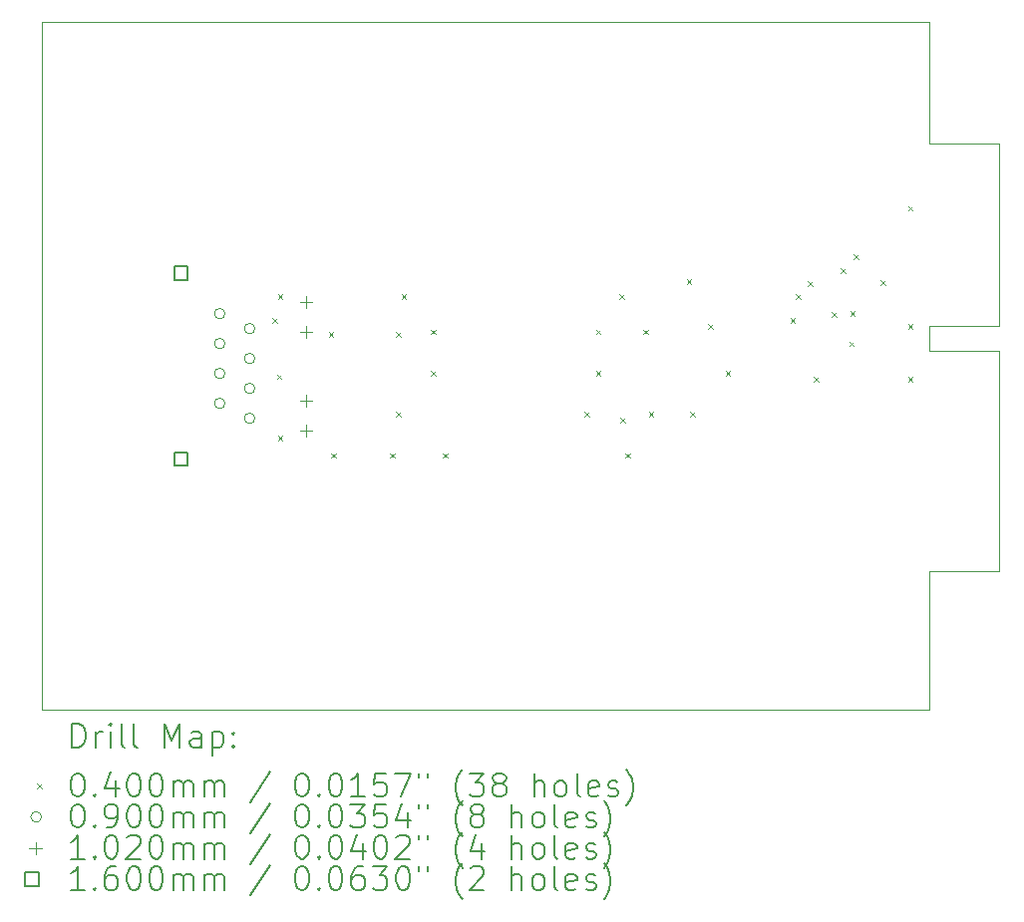
<source format=gbr>
%TF.GenerationSoftware,KiCad,Pcbnew,8.0.4*%
%TF.CreationDate,2024-09-18T23:48:34+03:00*%
%TF.ProjectId,dsoxlan,64736f78-6c61-46e2-9e6b-696361645f70,rev?*%
%TF.SameCoordinates,Original*%
%TF.FileFunction,Drillmap*%
%TF.FilePolarity,Positive*%
%FSLAX45Y45*%
G04 Gerber Fmt 4.5, Leading zero omitted, Abs format (unit mm)*
G04 Created by KiCad (PCBNEW 8.0.4) date 2024-09-18 23:48:34*
%MOMM*%
%LPD*%
G01*
G04 APERTURE LIST*
%ADD10C,0.100000*%
%ADD11C,0.200000*%
%ADD12C,0.102000*%
%ADD13C,0.160000*%
G04 APERTURE END LIST*
D10*
X19354800Y-6946900D02*
X18757900Y-6946900D01*
X17957800Y-11760200D02*
X18757900Y-11760200D01*
X18757900Y-10579100D02*
X19354800Y-10579100D01*
X18757900Y-6946900D02*
X18757900Y-5918200D01*
X19354800Y-8496300D02*
X19354800Y-6946900D01*
X19354800Y-10579100D02*
X19354800Y-8712200D01*
X18757900Y-11760200D02*
X18757900Y-10579100D01*
X11226800Y-11760200D02*
X17957800Y-11760200D01*
X18757900Y-5918200D02*
X11226800Y-5918200D01*
X18757900Y-8712200D02*
X18757900Y-8496300D01*
X19354800Y-8712200D02*
X18757900Y-8712200D01*
X18757900Y-8496300D02*
X19354800Y-8496300D01*
X11226800Y-5918200D02*
X11226800Y-11760200D01*
D11*
D10*
X13180000Y-8430000D02*
X13220000Y-8470000D01*
X13220000Y-8430000D02*
X13180000Y-8470000D01*
X13220000Y-8910000D02*
X13260000Y-8950000D01*
X13260000Y-8910000D02*
X13220000Y-8950000D01*
X13230000Y-8230000D02*
X13270000Y-8270000D01*
X13270000Y-8230000D02*
X13230000Y-8270000D01*
X13230000Y-9430000D02*
X13270000Y-9470000D01*
X13270000Y-9430000D02*
X13230000Y-9470000D01*
X13660000Y-8550000D02*
X13700000Y-8590000D01*
X13700000Y-8550000D02*
X13660000Y-8590000D01*
X13680000Y-9580000D02*
X13720000Y-9620000D01*
X13720000Y-9580000D02*
X13680000Y-9620000D01*
X14180000Y-9580000D02*
X14220000Y-9620000D01*
X14220000Y-9580000D02*
X14180000Y-9620000D01*
X14230000Y-8548050D02*
X14270000Y-8588050D01*
X14270000Y-8548050D02*
X14230000Y-8588050D01*
X14230000Y-9230000D02*
X14270000Y-9270000D01*
X14270000Y-9230000D02*
X14230000Y-9270000D01*
X14280000Y-8230000D02*
X14320000Y-8270000D01*
X14320000Y-8230000D02*
X14280000Y-8270000D01*
X14530000Y-8530000D02*
X14570000Y-8570000D01*
X14570000Y-8530000D02*
X14530000Y-8570000D01*
X14530000Y-8880000D02*
X14570000Y-8920000D01*
X14570000Y-8880000D02*
X14530000Y-8920000D01*
X14630000Y-9580000D02*
X14670000Y-9620000D01*
X14670000Y-9580000D02*
X14630000Y-9620000D01*
X15830000Y-9230000D02*
X15870000Y-9270000D01*
X15870000Y-9230000D02*
X15830000Y-9270000D01*
X15930000Y-8530000D02*
X15970000Y-8570000D01*
X15970000Y-8530000D02*
X15930000Y-8570000D01*
X15930000Y-8880000D02*
X15970000Y-8920000D01*
X15970000Y-8880000D02*
X15930000Y-8920000D01*
X16130000Y-8230000D02*
X16170000Y-8270000D01*
X16170000Y-8230000D02*
X16130000Y-8270000D01*
X16140000Y-9280000D02*
X16180000Y-9320000D01*
X16180000Y-9280000D02*
X16140000Y-9320000D01*
X16180000Y-9580000D02*
X16220000Y-9620000D01*
X16220000Y-9580000D02*
X16180000Y-9620000D01*
X16330000Y-8530000D02*
X16370000Y-8570000D01*
X16370000Y-8530000D02*
X16330000Y-8570000D01*
X16380000Y-9230000D02*
X16420000Y-9270000D01*
X16420000Y-9230000D02*
X16380000Y-9270000D01*
X16699927Y-8104580D02*
X16739927Y-8144580D01*
X16739927Y-8104580D02*
X16699927Y-8144580D01*
X16730000Y-9230000D02*
X16770000Y-9270000D01*
X16770000Y-9230000D02*
X16730000Y-9270000D01*
X16880000Y-8480000D02*
X16920000Y-8520000D01*
X16920000Y-8480000D02*
X16880000Y-8520000D01*
X17030000Y-8880000D02*
X17070000Y-8920000D01*
X17070000Y-8880000D02*
X17030000Y-8920000D01*
X17580000Y-8430000D02*
X17620000Y-8470000D01*
X17620000Y-8430000D02*
X17580000Y-8470000D01*
X17630000Y-8230000D02*
X17670000Y-8270000D01*
X17670000Y-8230000D02*
X17630000Y-8270000D01*
X17730000Y-8120050D02*
X17770000Y-8160050D01*
X17770000Y-8120050D02*
X17730000Y-8160050D01*
X17780000Y-8930000D02*
X17820000Y-8970000D01*
X17820000Y-8930000D02*
X17780000Y-8970000D01*
X17930000Y-8380000D02*
X17970000Y-8420000D01*
X17970000Y-8380000D02*
X17930000Y-8420000D01*
X18010000Y-8010000D02*
X18050000Y-8050000D01*
X18050000Y-8010000D02*
X18010000Y-8050000D01*
X18080000Y-8630000D02*
X18120000Y-8670000D01*
X18120000Y-8630000D02*
X18080000Y-8670000D01*
X18090000Y-8370000D02*
X18130000Y-8410000D01*
X18130000Y-8370000D02*
X18090000Y-8410000D01*
X18120000Y-7890000D02*
X18160000Y-7930000D01*
X18160000Y-7890000D02*
X18120000Y-7930000D01*
X18348000Y-8108000D02*
X18388000Y-8148000D01*
X18388000Y-8108000D02*
X18348000Y-8148000D01*
X18580000Y-7480000D02*
X18620000Y-7520000D01*
X18620000Y-7480000D02*
X18580000Y-7520000D01*
X18580000Y-8480000D02*
X18620000Y-8520000D01*
X18620000Y-8480000D02*
X18580000Y-8520000D01*
X18580000Y-8930000D02*
X18620000Y-8970000D01*
X18620000Y-8930000D02*
X18580000Y-8970000D01*
X12781000Y-8394000D02*
G75*
G02*
X12691000Y-8394000I-45000J0D01*
G01*
X12691000Y-8394000D02*
G75*
G02*
X12781000Y-8394000I45000J0D01*
G01*
X12781000Y-8648000D02*
G75*
G02*
X12691000Y-8648000I-45000J0D01*
G01*
X12691000Y-8648000D02*
G75*
G02*
X12781000Y-8648000I45000J0D01*
G01*
X12781000Y-8902000D02*
G75*
G02*
X12691000Y-8902000I-45000J0D01*
G01*
X12691000Y-8902000D02*
G75*
G02*
X12781000Y-8902000I45000J0D01*
G01*
X12781000Y-9156000D02*
G75*
G02*
X12691000Y-9156000I-45000J0D01*
G01*
X12691000Y-9156000D02*
G75*
G02*
X12781000Y-9156000I45000J0D01*
G01*
X13035000Y-8521000D02*
G75*
G02*
X12945000Y-8521000I-45000J0D01*
G01*
X12945000Y-8521000D02*
G75*
G02*
X13035000Y-8521000I45000J0D01*
G01*
X13035000Y-8775000D02*
G75*
G02*
X12945000Y-8775000I-45000J0D01*
G01*
X12945000Y-8775000D02*
G75*
G02*
X13035000Y-8775000I45000J0D01*
G01*
X13035000Y-9029000D02*
G75*
G02*
X12945000Y-9029000I-45000J0D01*
G01*
X12945000Y-9029000D02*
G75*
G02*
X13035000Y-9029000I45000J0D01*
G01*
X13035000Y-9283000D02*
G75*
G02*
X12945000Y-9283000I-45000J0D01*
G01*
X12945000Y-9283000D02*
G75*
G02*
X13035000Y-9283000I45000J0D01*
G01*
D12*
X13473000Y-8241000D02*
X13473000Y-8343000D01*
X13422000Y-8292000D02*
X13524000Y-8292000D01*
X13473000Y-8495000D02*
X13473000Y-8597000D01*
X13422000Y-8546000D02*
X13524000Y-8546000D01*
X13473000Y-9080000D02*
X13473000Y-9182000D01*
X13422000Y-9131000D02*
X13524000Y-9131000D01*
X13473000Y-9334000D02*
X13473000Y-9436000D01*
X13422000Y-9385000D02*
X13524000Y-9385000D01*
D13*
X12462569Y-8105069D02*
X12462569Y-7991931D01*
X12349431Y-7991931D01*
X12349431Y-8105069D01*
X12462569Y-8105069D01*
X12462569Y-9685069D02*
X12462569Y-9571931D01*
X12349431Y-9571931D01*
X12349431Y-9685069D01*
X12462569Y-9685069D01*
D11*
X11482577Y-12076684D02*
X11482577Y-11876684D01*
X11482577Y-11876684D02*
X11530196Y-11876684D01*
X11530196Y-11876684D02*
X11558767Y-11886208D01*
X11558767Y-11886208D02*
X11577815Y-11905255D01*
X11577815Y-11905255D02*
X11587339Y-11924303D01*
X11587339Y-11924303D02*
X11596862Y-11962398D01*
X11596862Y-11962398D02*
X11596862Y-11990969D01*
X11596862Y-11990969D02*
X11587339Y-12029065D01*
X11587339Y-12029065D02*
X11577815Y-12048112D01*
X11577815Y-12048112D02*
X11558767Y-12067160D01*
X11558767Y-12067160D02*
X11530196Y-12076684D01*
X11530196Y-12076684D02*
X11482577Y-12076684D01*
X11682577Y-12076684D02*
X11682577Y-11943350D01*
X11682577Y-11981446D02*
X11692101Y-11962398D01*
X11692101Y-11962398D02*
X11701624Y-11952874D01*
X11701624Y-11952874D02*
X11720672Y-11943350D01*
X11720672Y-11943350D02*
X11739720Y-11943350D01*
X11806386Y-12076684D02*
X11806386Y-11943350D01*
X11806386Y-11876684D02*
X11796862Y-11886208D01*
X11796862Y-11886208D02*
X11806386Y-11895731D01*
X11806386Y-11895731D02*
X11815910Y-11886208D01*
X11815910Y-11886208D02*
X11806386Y-11876684D01*
X11806386Y-11876684D02*
X11806386Y-11895731D01*
X11930196Y-12076684D02*
X11911148Y-12067160D01*
X11911148Y-12067160D02*
X11901624Y-12048112D01*
X11901624Y-12048112D02*
X11901624Y-11876684D01*
X12034958Y-12076684D02*
X12015910Y-12067160D01*
X12015910Y-12067160D02*
X12006386Y-12048112D01*
X12006386Y-12048112D02*
X12006386Y-11876684D01*
X12263529Y-12076684D02*
X12263529Y-11876684D01*
X12263529Y-11876684D02*
X12330196Y-12019541D01*
X12330196Y-12019541D02*
X12396862Y-11876684D01*
X12396862Y-11876684D02*
X12396862Y-12076684D01*
X12577815Y-12076684D02*
X12577815Y-11971922D01*
X12577815Y-11971922D02*
X12568291Y-11952874D01*
X12568291Y-11952874D02*
X12549243Y-11943350D01*
X12549243Y-11943350D02*
X12511148Y-11943350D01*
X12511148Y-11943350D02*
X12492101Y-11952874D01*
X12577815Y-12067160D02*
X12558767Y-12076684D01*
X12558767Y-12076684D02*
X12511148Y-12076684D01*
X12511148Y-12076684D02*
X12492101Y-12067160D01*
X12492101Y-12067160D02*
X12482577Y-12048112D01*
X12482577Y-12048112D02*
X12482577Y-12029065D01*
X12482577Y-12029065D02*
X12492101Y-12010017D01*
X12492101Y-12010017D02*
X12511148Y-12000493D01*
X12511148Y-12000493D02*
X12558767Y-12000493D01*
X12558767Y-12000493D02*
X12577815Y-11990969D01*
X12673053Y-11943350D02*
X12673053Y-12143350D01*
X12673053Y-11952874D02*
X12692101Y-11943350D01*
X12692101Y-11943350D02*
X12730196Y-11943350D01*
X12730196Y-11943350D02*
X12749243Y-11952874D01*
X12749243Y-11952874D02*
X12758767Y-11962398D01*
X12758767Y-11962398D02*
X12768291Y-11981446D01*
X12768291Y-11981446D02*
X12768291Y-12038588D01*
X12768291Y-12038588D02*
X12758767Y-12057636D01*
X12758767Y-12057636D02*
X12749243Y-12067160D01*
X12749243Y-12067160D02*
X12730196Y-12076684D01*
X12730196Y-12076684D02*
X12692101Y-12076684D01*
X12692101Y-12076684D02*
X12673053Y-12067160D01*
X12854005Y-12057636D02*
X12863529Y-12067160D01*
X12863529Y-12067160D02*
X12854005Y-12076684D01*
X12854005Y-12076684D02*
X12844482Y-12067160D01*
X12844482Y-12067160D02*
X12854005Y-12057636D01*
X12854005Y-12057636D02*
X12854005Y-12076684D01*
X12854005Y-11952874D02*
X12863529Y-11962398D01*
X12863529Y-11962398D02*
X12854005Y-11971922D01*
X12854005Y-11971922D02*
X12844482Y-11962398D01*
X12844482Y-11962398D02*
X12854005Y-11952874D01*
X12854005Y-11952874D02*
X12854005Y-11971922D01*
D10*
X11181800Y-12385200D02*
X11221800Y-12425200D01*
X11221800Y-12385200D02*
X11181800Y-12425200D01*
D11*
X11520672Y-12296684D02*
X11539720Y-12296684D01*
X11539720Y-12296684D02*
X11558767Y-12306208D01*
X11558767Y-12306208D02*
X11568291Y-12315731D01*
X11568291Y-12315731D02*
X11577815Y-12334779D01*
X11577815Y-12334779D02*
X11587339Y-12372874D01*
X11587339Y-12372874D02*
X11587339Y-12420493D01*
X11587339Y-12420493D02*
X11577815Y-12458588D01*
X11577815Y-12458588D02*
X11568291Y-12477636D01*
X11568291Y-12477636D02*
X11558767Y-12487160D01*
X11558767Y-12487160D02*
X11539720Y-12496684D01*
X11539720Y-12496684D02*
X11520672Y-12496684D01*
X11520672Y-12496684D02*
X11501624Y-12487160D01*
X11501624Y-12487160D02*
X11492101Y-12477636D01*
X11492101Y-12477636D02*
X11482577Y-12458588D01*
X11482577Y-12458588D02*
X11473053Y-12420493D01*
X11473053Y-12420493D02*
X11473053Y-12372874D01*
X11473053Y-12372874D02*
X11482577Y-12334779D01*
X11482577Y-12334779D02*
X11492101Y-12315731D01*
X11492101Y-12315731D02*
X11501624Y-12306208D01*
X11501624Y-12306208D02*
X11520672Y-12296684D01*
X11673053Y-12477636D02*
X11682577Y-12487160D01*
X11682577Y-12487160D02*
X11673053Y-12496684D01*
X11673053Y-12496684D02*
X11663529Y-12487160D01*
X11663529Y-12487160D02*
X11673053Y-12477636D01*
X11673053Y-12477636D02*
X11673053Y-12496684D01*
X11854005Y-12363350D02*
X11854005Y-12496684D01*
X11806386Y-12287160D02*
X11758767Y-12430017D01*
X11758767Y-12430017D02*
X11882577Y-12430017D01*
X11996862Y-12296684D02*
X12015910Y-12296684D01*
X12015910Y-12296684D02*
X12034958Y-12306208D01*
X12034958Y-12306208D02*
X12044482Y-12315731D01*
X12044482Y-12315731D02*
X12054005Y-12334779D01*
X12054005Y-12334779D02*
X12063529Y-12372874D01*
X12063529Y-12372874D02*
X12063529Y-12420493D01*
X12063529Y-12420493D02*
X12054005Y-12458588D01*
X12054005Y-12458588D02*
X12044482Y-12477636D01*
X12044482Y-12477636D02*
X12034958Y-12487160D01*
X12034958Y-12487160D02*
X12015910Y-12496684D01*
X12015910Y-12496684D02*
X11996862Y-12496684D01*
X11996862Y-12496684D02*
X11977815Y-12487160D01*
X11977815Y-12487160D02*
X11968291Y-12477636D01*
X11968291Y-12477636D02*
X11958767Y-12458588D01*
X11958767Y-12458588D02*
X11949243Y-12420493D01*
X11949243Y-12420493D02*
X11949243Y-12372874D01*
X11949243Y-12372874D02*
X11958767Y-12334779D01*
X11958767Y-12334779D02*
X11968291Y-12315731D01*
X11968291Y-12315731D02*
X11977815Y-12306208D01*
X11977815Y-12306208D02*
X11996862Y-12296684D01*
X12187339Y-12296684D02*
X12206386Y-12296684D01*
X12206386Y-12296684D02*
X12225434Y-12306208D01*
X12225434Y-12306208D02*
X12234958Y-12315731D01*
X12234958Y-12315731D02*
X12244482Y-12334779D01*
X12244482Y-12334779D02*
X12254005Y-12372874D01*
X12254005Y-12372874D02*
X12254005Y-12420493D01*
X12254005Y-12420493D02*
X12244482Y-12458588D01*
X12244482Y-12458588D02*
X12234958Y-12477636D01*
X12234958Y-12477636D02*
X12225434Y-12487160D01*
X12225434Y-12487160D02*
X12206386Y-12496684D01*
X12206386Y-12496684D02*
X12187339Y-12496684D01*
X12187339Y-12496684D02*
X12168291Y-12487160D01*
X12168291Y-12487160D02*
X12158767Y-12477636D01*
X12158767Y-12477636D02*
X12149243Y-12458588D01*
X12149243Y-12458588D02*
X12139720Y-12420493D01*
X12139720Y-12420493D02*
X12139720Y-12372874D01*
X12139720Y-12372874D02*
X12149243Y-12334779D01*
X12149243Y-12334779D02*
X12158767Y-12315731D01*
X12158767Y-12315731D02*
X12168291Y-12306208D01*
X12168291Y-12306208D02*
X12187339Y-12296684D01*
X12339720Y-12496684D02*
X12339720Y-12363350D01*
X12339720Y-12382398D02*
X12349243Y-12372874D01*
X12349243Y-12372874D02*
X12368291Y-12363350D01*
X12368291Y-12363350D02*
X12396863Y-12363350D01*
X12396863Y-12363350D02*
X12415910Y-12372874D01*
X12415910Y-12372874D02*
X12425434Y-12391922D01*
X12425434Y-12391922D02*
X12425434Y-12496684D01*
X12425434Y-12391922D02*
X12434958Y-12372874D01*
X12434958Y-12372874D02*
X12454005Y-12363350D01*
X12454005Y-12363350D02*
X12482577Y-12363350D01*
X12482577Y-12363350D02*
X12501624Y-12372874D01*
X12501624Y-12372874D02*
X12511148Y-12391922D01*
X12511148Y-12391922D02*
X12511148Y-12496684D01*
X12606386Y-12496684D02*
X12606386Y-12363350D01*
X12606386Y-12382398D02*
X12615910Y-12372874D01*
X12615910Y-12372874D02*
X12634958Y-12363350D01*
X12634958Y-12363350D02*
X12663529Y-12363350D01*
X12663529Y-12363350D02*
X12682577Y-12372874D01*
X12682577Y-12372874D02*
X12692101Y-12391922D01*
X12692101Y-12391922D02*
X12692101Y-12496684D01*
X12692101Y-12391922D02*
X12701624Y-12372874D01*
X12701624Y-12372874D02*
X12720672Y-12363350D01*
X12720672Y-12363350D02*
X12749243Y-12363350D01*
X12749243Y-12363350D02*
X12768291Y-12372874D01*
X12768291Y-12372874D02*
X12777815Y-12391922D01*
X12777815Y-12391922D02*
X12777815Y-12496684D01*
X13168291Y-12287160D02*
X12996863Y-12544303D01*
X13425434Y-12296684D02*
X13444482Y-12296684D01*
X13444482Y-12296684D02*
X13463529Y-12306208D01*
X13463529Y-12306208D02*
X13473053Y-12315731D01*
X13473053Y-12315731D02*
X13482577Y-12334779D01*
X13482577Y-12334779D02*
X13492101Y-12372874D01*
X13492101Y-12372874D02*
X13492101Y-12420493D01*
X13492101Y-12420493D02*
X13482577Y-12458588D01*
X13482577Y-12458588D02*
X13473053Y-12477636D01*
X13473053Y-12477636D02*
X13463529Y-12487160D01*
X13463529Y-12487160D02*
X13444482Y-12496684D01*
X13444482Y-12496684D02*
X13425434Y-12496684D01*
X13425434Y-12496684D02*
X13406386Y-12487160D01*
X13406386Y-12487160D02*
X13396863Y-12477636D01*
X13396863Y-12477636D02*
X13387339Y-12458588D01*
X13387339Y-12458588D02*
X13377815Y-12420493D01*
X13377815Y-12420493D02*
X13377815Y-12372874D01*
X13377815Y-12372874D02*
X13387339Y-12334779D01*
X13387339Y-12334779D02*
X13396863Y-12315731D01*
X13396863Y-12315731D02*
X13406386Y-12306208D01*
X13406386Y-12306208D02*
X13425434Y-12296684D01*
X13577815Y-12477636D02*
X13587339Y-12487160D01*
X13587339Y-12487160D02*
X13577815Y-12496684D01*
X13577815Y-12496684D02*
X13568291Y-12487160D01*
X13568291Y-12487160D02*
X13577815Y-12477636D01*
X13577815Y-12477636D02*
X13577815Y-12496684D01*
X13711148Y-12296684D02*
X13730196Y-12296684D01*
X13730196Y-12296684D02*
X13749244Y-12306208D01*
X13749244Y-12306208D02*
X13758767Y-12315731D01*
X13758767Y-12315731D02*
X13768291Y-12334779D01*
X13768291Y-12334779D02*
X13777815Y-12372874D01*
X13777815Y-12372874D02*
X13777815Y-12420493D01*
X13777815Y-12420493D02*
X13768291Y-12458588D01*
X13768291Y-12458588D02*
X13758767Y-12477636D01*
X13758767Y-12477636D02*
X13749244Y-12487160D01*
X13749244Y-12487160D02*
X13730196Y-12496684D01*
X13730196Y-12496684D02*
X13711148Y-12496684D01*
X13711148Y-12496684D02*
X13692101Y-12487160D01*
X13692101Y-12487160D02*
X13682577Y-12477636D01*
X13682577Y-12477636D02*
X13673053Y-12458588D01*
X13673053Y-12458588D02*
X13663529Y-12420493D01*
X13663529Y-12420493D02*
X13663529Y-12372874D01*
X13663529Y-12372874D02*
X13673053Y-12334779D01*
X13673053Y-12334779D02*
X13682577Y-12315731D01*
X13682577Y-12315731D02*
X13692101Y-12306208D01*
X13692101Y-12306208D02*
X13711148Y-12296684D01*
X13968291Y-12496684D02*
X13854006Y-12496684D01*
X13911148Y-12496684D02*
X13911148Y-12296684D01*
X13911148Y-12296684D02*
X13892101Y-12325255D01*
X13892101Y-12325255D02*
X13873053Y-12344303D01*
X13873053Y-12344303D02*
X13854006Y-12353827D01*
X14149244Y-12296684D02*
X14054006Y-12296684D01*
X14054006Y-12296684D02*
X14044482Y-12391922D01*
X14044482Y-12391922D02*
X14054006Y-12382398D01*
X14054006Y-12382398D02*
X14073053Y-12372874D01*
X14073053Y-12372874D02*
X14120672Y-12372874D01*
X14120672Y-12372874D02*
X14139720Y-12382398D01*
X14139720Y-12382398D02*
X14149244Y-12391922D01*
X14149244Y-12391922D02*
X14158767Y-12410969D01*
X14158767Y-12410969D02*
X14158767Y-12458588D01*
X14158767Y-12458588D02*
X14149244Y-12477636D01*
X14149244Y-12477636D02*
X14139720Y-12487160D01*
X14139720Y-12487160D02*
X14120672Y-12496684D01*
X14120672Y-12496684D02*
X14073053Y-12496684D01*
X14073053Y-12496684D02*
X14054006Y-12487160D01*
X14054006Y-12487160D02*
X14044482Y-12477636D01*
X14225434Y-12296684D02*
X14358767Y-12296684D01*
X14358767Y-12296684D02*
X14273053Y-12496684D01*
X14425434Y-12296684D02*
X14425434Y-12334779D01*
X14501625Y-12296684D02*
X14501625Y-12334779D01*
X14796863Y-12572874D02*
X14787339Y-12563350D01*
X14787339Y-12563350D02*
X14768291Y-12534779D01*
X14768291Y-12534779D02*
X14758768Y-12515731D01*
X14758768Y-12515731D02*
X14749244Y-12487160D01*
X14749244Y-12487160D02*
X14739720Y-12439541D01*
X14739720Y-12439541D02*
X14739720Y-12401446D01*
X14739720Y-12401446D02*
X14749244Y-12353827D01*
X14749244Y-12353827D02*
X14758768Y-12325255D01*
X14758768Y-12325255D02*
X14768291Y-12306208D01*
X14768291Y-12306208D02*
X14787339Y-12277636D01*
X14787339Y-12277636D02*
X14796863Y-12268112D01*
X14854006Y-12296684D02*
X14977815Y-12296684D01*
X14977815Y-12296684D02*
X14911148Y-12372874D01*
X14911148Y-12372874D02*
X14939720Y-12372874D01*
X14939720Y-12372874D02*
X14958768Y-12382398D01*
X14958768Y-12382398D02*
X14968291Y-12391922D01*
X14968291Y-12391922D02*
X14977815Y-12410969D01*
X14977815Y-12410969D02*
X14977815Y-12458588D01*
X14977815Y-12458588D02*
X14968291Y-12477636D01*
X14968291Y-12477636D02*
X14958768Y-12487160D01*
X14958768Y-12487160D02*
X14939720Y-12496684D01*
X14939720Y-12496684D02*
X14882577Y-12496684D01*
X14882577Y-12496684D02*
X14863529Y-12487160D01*
X14863529Y-12487160D02*
X14854006Y-12477636D01*
X15092101Y-12382398D02*
X15073053Y-12372874D01*
X15073053Y-12372874D02*
X15063529Y-12363350D01*
X15063529Y-12363350D02*
X15054006Y-12344303D01*
X15054006Y-12344303D02*
X15054006Y-12334779D01*
X15054006Y-12334779D02*
X15063529Y-12315731D01*
X15063529Y-12315731D02*
X15073053Y-12306208D01*
X15073053Y-12306208D02*
X15092101Y-12296684D01*
X15092101Y-12296684D02*
X15130196Y-12296684D01*
X15130196Y-12296684D02*
X15149244Y-12306208D01*
X15149244Y-12306208D02*
X15158768Y-12315731D01*
X15158768Y-12315731D02*
X15168291Y-12334779D01*
X15168291Y-12334779D02*
X15168291Y-12344303D01*
X15168291Y-12344303D02*
X15158768Y-12363350D01*
X15158768Y-12363350D02*
X15149244Y-12372874D01*
X15149244Y-12372874D02*
X15130196Y-12382398D01*
X15130196Y-12382398D02*
X15092101Y-12382398D01*
X15092101Y-12382398D02*
X15073053Y-12391922D01*
X15073053Y-12391922D02*
X15063529Y-12401446D01*
X15063529Y-12401446D02*
X15054006Y-12420493D01*
X15054006Y-12420493D02*
X15054006Y-12458588D01*
X15054006Y-12458588D02*
X15063529Y-12477636D01*
X15063529Y-12477636D02*
X15073053Y-12487160D01*
X15073053Y-12487160D02*
X15092101Y-12496684D01*
X15092101Y-12496684D02*
X15130196Y-12496684D01*
X15130196Y-12496684D02*
X15149244Y-12487160D01*
X15149244Y-12487160D02*
X15158768Y-12477636D01*
X15158768Y-12477636D02*
X15168291Y-12458588D01*
X15168291Y-12458588D02*
X15168291Y-12420493D01*
X15168291Y-12420493D02*
X15158768Y-12401446D01*
X15158768Y-12401446D02*
X15149244Y-12391922D01*
X15149244Y-12391922D02*
X15130196Y-12382398D01*
X15406387Y-12496684D02*
X15406387Y-12296684D01*
X15492101Y-12496684D02*
X15492101Y-12391922D01*
X15492101Y-12391922D02*
X15482577Y-12372874D01*
X15482577Y-12372874D02*
X15463530Y-12363350D01*
X15463530Y-12363350D02*
X15434958Y-12363350D01*
X15434958Y-12363350D02*
X15415910Y-12372874D01*
X15415910Y-12372874D02*
X15406387Y-12382398D01*
X15615910Y-12496684D02*
X15596863Y-12487160D01*
X15596863Y-12487160D02*
X15587339Y-12477636D01*
X15587339Y-12477636D02*
X15577815Y-12458588D01*
X15577815Y-12458588D02*
X15577815Y-12401446D01*
X15577815Y-12401446D02*
X15587339Y-12382398D01*
X15587339Y-12382398D02*
X15596863Y-12372874D01*
X15596863Y-12372874D02*
X15615910Y-12363350D01*
X15615910Y-12363350D02*
X15644482Y-12363350D01*
X15644482Y-12363350D02*
X15663530Y-12372874D01*
X15663530Y-12372874D02*
X15673053Y-12382398D01*
X15673053Y-12382398D02*
X15682577Y-12401446D01*
X15682577Y-12401446D02*
X15682577Y-12458588D01*
X15682577Y-12458588D02*
X15673053Y-12477636D01*
X15673053Y-12477636D02*
X15663530Y-12487160D01*
X15663530Y-12487160D02*
X15644482Y-12496684D01*
X15644482Y-12496684D02*
X15615910Y-12496684D01*
X15796863Y-12496684D02*
X15777815Y-12487160D01*
X15777815Y-12487160D02*
X15768291Y-12468112D01*
X15768291Y-12468112D02*
X15768291Y-12296684D01*
X15949244Y-12487160D02*
X15930196Y-12496684D01*
X15930196Y-12496684D02*
X15892101Y-12496684D01*
X15892101Y-12496684D02*
X15873053Y-12487160D01*
X15873053Y-12487160D02*
X15863530Y-12468112D01*
X15863530Y-12468112D02*
X15863530Y-12391922D01*
X15863530Y-12391922D02*
X15873053Y-12372874D01*
X15873053Y-12372874D02*
X15892101Y-12363350D01*
X15892101Y-12363350D02*
X15930196Y-12363350D01*
X15930196Y-12363350D02*
X15949244Y-12372874D01*
X15949244Y-12372874D02*
X15958768Y-12391922D01*
X15958768Y-12391922D02*
X15958768Y-12410969D01*
X15958768Y-12410969D02*
X15863530Y-12430017D01*
X16034958Y-12487160D02*
X16054006Y-12496684D01*
X16054006Y-12496684D02*
X16092101Y-12496684D01*
X16092101Y-12496684D02*
X16111149Y-12487160D01*
X16111149Y-12487160D02*
X16120672Y-12468112D01*
X16120672Y-12468112D02*
X16120672Y-12458588D01*
X16120672Y-12458588D02*
X16111149Y-12439541D01*
X16111149Y-12439541D02*
X16092101Y-12430017D01*
X16092101Y-12430017D02*
X16063530Y-12430017D01*
X16063530Y-12430017D02*
X16044482Y-12420493D01*
X16044482Y-12420493D02*
X16034958Y-12401446D01*
X16034958Y-12401446D02*
X16034958Y-12391922D01*
X16034958Y-12391922D02*
X16044482Y-12372874D01*
X16044482Y-12372874D02*
X16063530Y-12363350D01*
X16063530Y-12363350D02*
X16092101Y-12363350D01*
X16092101Y-12363350D02*
X16111149Y-12372874D01*
X16187339Y-12572874D02*
X16196863Y-12563350D01*
X16196863Y-12563350D02*
X16215911Y-12534779D01*
X16215911Y-12534779D02*
X16225434Y-12515731D01*
X16225434Y-12515731D02*
X16234958Y-12487160D01*
X16234958Y-12487160D02*
X16244482Y-12439541D01*
X16244482Y-12439541D02*
X16244482Y-12401446D01*
X16244482Y-12401446D02*
X16234958Y-12353827D01*
X16234958Y-12353827D02*
X16225434Y-12325255D01*
X16225434Y-12325255D02*
X16215911Y-12306208D01*
X16215911Y-12306208D02*
X16196863Y-12277636D01*
X16196863Y-12277636D02*
X16187339Y-12268112D01*
D10*
X11221800Y-12669200D02*
G75*
G02*
X11131800Y-12669200I-45000J0D01*
G01*
X11131800Y-12669200D02*
G75*
G02*
X11221800Y-12669200I45000J0D01*
G01*
D11*
X11520672Y-12560684D02*
X11539720Y-12560684D01*
X11539720Y-12560684D02*
X11558767Y-12570208D01*
X11558767Y-12570208D02*
X11568291Y-12579731D01*
X11568291Y-12579731D02*
X11577815Y-12598779D01*
X11577815Y-12598779D02*
X11587339Y-12636874D01*
X11587339Y-12636874D02*
X11587339Y-12684493D01*
X11587339Y-12684493D02*
X11577815Y-12722588D01*
X11577815Y-12722588D02*
X11568291Y-12741636D01*
X11568291Y-12741636D02*
X11558767Y-12751160D01*
X11558767Y-12751160D02*
X11539720Y-12760684D01*
X11539720Y-12760684D02*
X11520672Y-12760684D01*
X11520672Y-12760684D02*
X11501624Y-12751160D01*
X11501624Y-12751160D02*
X11492101Y-12741636D01*
X11492101Y-12741636D02*
X11482577Y-12722588D01*
X11482577Y-12722588D02*
X11473053Y-12684493D01*
X11473053Y-12684493D02*
X11473053Y-12636874D01*
X11473053Y-12636874D02*
X11482577Y-12598779D01*
X11482577Y-12598779D02*
X11492101Y-12579731D01*
X11492101Y-12579731D02*
X11501624Y-12570208D01*
X11501624Y-12570208D02*
X11520672Y-12560684D01*
X11673053Y-12741636D02*
X11682577Y-12751160D01*
X11682577Y-12751160D02*
X11673053Y-12760684D01*
X11673053Y-12760684D02*
X11663529Y-12751160D01*
X11663529Y-12751160D02*
X11673053Y-12741636D01*
X11673053Y-12741636D02*
X11673053Y-12760684D01*
X11777815Y-12760684D02*
X11815910Y-12760684D01*
X11815910Y-12760684D02*
X11834958Y-12751160D01*
X11834958Y-12751160D02*
X11844482Y-12741636D01*
X11844482Y-12741636D02*
X11863529Y-12713065D01*
X11863529Y-12713065D02*
X11873053Y-12674969D01*
X11873053Y-12674969D02*
X11873053Y-12598779D01*
X11873053Y-12598779D02*
X11863529Y-12579731D01*
X11863529Y-12579731D02*
X11854005Y-12570208D01*
X11854005Y-12570208D02*
X11834958Y-12560684D01*
X11834958Y-12560684D02*
X11796862Y-12560684D01*
X11796862Y-12560684D02*
X11777815Y-12570208D01*
X11777815Y-12570208D02*
X11768291Y-12579731D01*
X11768291Y-12579731D02*
X11758767Y-12598779D01*
X11758767Y-12598779D02*
X11758767Y-12646398D01*
X11758767Y-12646398D02*
X11768291Y-12665446D01*
X11768291Y-12665446D02*
X11777815Y-12674969D01*
X11777815Y-12674969D02*
X11796862Y-12684493D01*
X11796862Y-12684493D02*
X11834958Y-12684493D01*
X11834958Y-12684493D02*
X11854005Y-12674969D01*
X11854005Y-12674969D02*
X11863529Y-12665446D01*
X11863529Y-12665446D02*
X11873053Y-12646398D01*
X11996862Y-12560684D02*
X12015910Y-12560684D01*
X12015910Y-12560684D02*
X12034958Y-12570208D01*
X12034958Y-12570208D02*
X12044482Y-12579731D01*
X12044482Y-12579731D02*
X12054005Y-12598779D01*
X12054005Y-12598779D02*
X12063529Y-12636874D01*
X12063529Y-12636874D02*
X12063529Y-12684493D01*
X12063529Y-12684493D02*
X12054005Y-12722588D01*
X12054005Y-12722588D02*
X12044482Y-12741636D01*
X12044482Y-12741636D02*
X12034958Y-12751160D01*
X12034958Y-12751160D02*
X12015910Y-12760684D01*
X12015910Y-12760684D02*
X11996862Y-12760684D01*
X11996862Y-12760684D02*
X11977815Y-12751160D01*
X11977815Y-12751160D02*
X11968291Y-12741636D01*
X11968291Y-12741636D02*
X11958767Y-12722588D01*
X11958767Y-12722588D02*
X11949243Y-12684493D01*
X11949243Y-12684493D02*
X11949243Y-12636874D01*
X11949243Y-12636874D02*
X11958767Y-12598779D01*
X11958767Y-12598779D02*
X11968291Y-12579731D01*
X11968291Y-12579731D02*
X11977815Y-12570208D01*
X11977815Y-12570208D02*
X11996862Y-12560684D01*
X12187339Y-12560684D02*
X12206386Y-12560684D01*
X12206386Y-12560684D02*
X12225434Y-12570208D01*
X12225434Y-12570208D02*
X12234958Y-12579731D01*
X12234958Y-12579731D02*
X12244482Y-12598779D01*
X12244482Y-12598779D02*
X12254005Y-12636874D01*
X12254005Y-12636874D02*
X12254005Y-12684493D01*
X12254005Y-12684493D02*
X12244482Y-12722588D01*
X12244482Y-12722588D02*
X12234958Y-12741636D01*
X12234958Y-12741636D02*
X12225434Y-12751160D01*
X12225434Y-12751160D02*
X12206386Y-12760684D01*
X12206386Y-12760684D02*
X12187339Y-12760684D01*
X12187339Y-12760684D02*
X12168291Y-12751160D01*
X12168291Y-12751160D02*
X12158767Y-12741636D01*
X12158767Y-12741636D02*
X12149243Y-12722588D01*
X12149243Y-12722588D02*
X12139720Y-12684493D01*
X12139720Y-12684493D02*
X12139720Y-12636874D01*
X12139720Y-12636874D02*
X12149243Y-12598779D01*
X12149243Y-12598779D02*
X12158767Y-12579731D01*
X12158767Y-12579731D02*
X12168291Y-12570208D01*
X12168291Y-12570208D02*
X12187339Y-12560684D01*
X12339720Y-12760684D02*
X12339720Y-12627350D01*
X12339720Y-12646398D02*
X12349243Y-12636874D01*
X12349243Y-12636874D02*
X12368291Y-12627350D01*
X12368291Y-12627350D02*
X12396863Y-12627350D01*
X12396863Y-12627350D02*
X12415910Y-12636874D01*
X12415910Y-12636874D02*
X12425434Y-12655922D01*
X12425434Y-12655922D02*
X12425434Y-12760684D01*
X12425434Y-12655922D02*
X12434958Y-12636874D01*
X12434958Y-12636874D02*
X12454005Y-12627350D01*
X12454005Y-12627350D02*
X12482577Y-12627350D01*
X12482577Y-12627350D02*
X12501624Y-12636874D01*
X12501624Y-12636874D02*
X12511148Y-12655922D01*
X12511148Y-12655922D02*
X12511148Y-12760684D01*
X12606386Y-12760684D02*
X12606386Y-12627350D01*
X12606386Y-12646398D02*
X12615910Y-12636874D01*
X12615910Y-12636874D02*
X12634958Y-12627350D01*
X12634958Y-12627350D02*
X12663529Y-12627350D01*
X12663529Y-12627350D02*
X12682577Y-12636874D01*
X12682577Y-12636874D02*
X12692101Y-12655922D01*
X12692101Y-12655922D02*
X12692101Y-12760684D01*
X12692101Y-12655922D02*
X12701624Y-12636874D01*
X12701624Y-12636874D02*
X12720672Y-12627350D01*
X12720672Y-12627350D02*
X12749243Y-12627350D01*
X12749243Y-12627350D02*
X12768291Y-12636874D01*
X12768291Y-12636874D02*
X12777815Y-12655922D01*
X12777815Y-12655922D02*
X12777815Y-12760684D01*
X13168291Y-12551160D02*
X12996863Y-12808303D01*
X13425434Y-12560684D02*
X13444482Y-12560684D01*
X13444482Y-12560684D02*
X13463529Y-12570208D01*
X13463529Y-12570208D02*
X13473053Y-12579731D01*
X13473053Y-12579731D02*
X13482577Y-12598779D01*
X13482577Y-12598779D02*
X13492101Y-12636874D01*
X13492101Y-12636874D02*
X13492101Y-12684493D01*
X13492101Y-12684493D02*
X13482577Y-12722588D01*
X13482577Y-12722588D02*
X13473053Y-12741636D01*
X13473053Y-12741636D02*
X13463529Y-12751160D01*
X13463529Y-12751160D02*
X13444482Y-12760684D01*
X13444482Y-12760684D02*
X13425434Y-12760684D01*
X13425434Y-12760684D02*
X13406386Y-12751160D01*
X13406386Y-12751160D02*
X13396863Y-12741636D01*
X13396863Y-12741636D02*
X13387339Y-12722588D01*
X13387339Y-12722588D02*
X13377815Y-12684493D01*
X13377815Y-12684493D02*
X13377815Y-12636874D01*
X13377815Y-12636874D02*
X13387339Y-12598779D01*
X13387339Y-12598779D02*
X13396863Y-12579731D01*
X13396863Y-12579731D02*
X13406386Y-12570208D01*
X13406386Y-12570208D02*
X13425434Y-12560684D01*
X13577815Y-12741636D02*
X13587339Y-12751160D01*
X13587339Y-12751160D02*
X13577815Y-12760684D01*
X13577815Y-12760684D02*
X13568291Y-12751160D01*
X13568291Y-12751160D02*
X13577815Y-12741636D01*
X13577815Y-12741636D02*
X13577815Y-12760684D01*
X13711148Y-12560684D02*
X13730196Y-12560684D01*
X13730196Y-12560684D02*
X13749244Y-12570208D01*
X13749244Y-12570208D02*
X13758767Y-12579731D01*
X13758767Y-12579731D02*
X13768291Y-12598779D01*
X13768291Y-12598779D02*
X13777815Y-12636874D01*
X13777815Y-12636874D02*
X13777815Y-12684493D01*
X13777815Y-12684493D02*
X13768291Y-12722588D01*
X13768291Y-12722588D02*
X13758767Y-12741636D01*
X13758767Y-12741636D02*
X13749244Y-12751160D01*
X13749244Y-12751160D02*
X13730196Y-12760684D01*
X13730196Y-12760684D02*
X13711148Y-12760684D01*
X13711148Y-12760684D02*
X13692101Y-12751160D01*
X13692101Y-12751160D02*
X13682577Y-12741636D01*
X13682577Y-12741636D02*
X13673053Y-12722588D01*
X13673053Y-12722588D02*
X13663529Y-12684493D01*
X13663529Y-12684493D02*
X13663529Y-12636874D01*
X13663529Y-12636874D02*
X13673053Y-12598779D01*
X13673053Y-12598779D02*
X13682577Y-12579731D01*
X13682577Y-12579731D02*
X13692101Y-12570208D01*
X13692101Y-12570208D02*
X13711148Y-12560684D01*
X13844482Y-12560684D02*
X13968291Y-12560684D01*
X13968291Y-12560684D02*
X13901625Y-12636874D01*
X13901625Y-12636874D02*
X13930196Y-12636874D01*
X13930196Y-12636874D02*
X13949244Y-12646398D01*
X13949244Y-12646398D02*
X13958767Y-12655922D01*
X13958767Y-12655922D02*
X13968291Y-12674969D01*
X13968291Y-12674969D02*
X13968291Y-12722588D01*
X13968291Y-12722588D02*
X13958767Y-12741636D01*
X13958767Y-12741636D02*
X13949244Y-12751160D01*
X13949244Y-12751160D02*
X13930196Y-12760684D01*
X13930196Y-12760684D02*
X13873053Y-12760684D01*
X13873053Y-12760684D02*
X13854006Y-12751160D01*
X13854006Y-12751160D02*
X13844482Y-12741636D01*
X14149244Y-12560684D02*
X14054006Y-12560684D01*
X14054006Y-12560684D02*
X14044482Y-12655922D01*
X14044482Y-12655922D02*
X14054006Y-12646398D01*
X14054006Y-12646398D02*
X14073053Y-12636874D01*
X14073053Y-12636874D02*
X14120672Y-12636874D01*
X14120672Y-12636874D02*
X14139720Y-12646398D01*
X14139720Y-12646398D02*
X14149244Y-12655922D01*
X14149244Y-12655922D02*
X14158767Y-12674969D01*
X14158767Y-12674969D02*
X14158767Y-12722588D01*
X14158767Y-12722588D02*
X14149244Y-12741636D01*
X14149244Y-12741636D02*
X14139720Y-12751160D01*
X14139720Y-12751160D02*
X14120672Y-12760684D01*
X14120672Y-12760684D02*
X14073053Y-12760684D01*
X14073053Y-12760684D02*
X14054006Y-12751160D01*
X14054006Y-12751160D02*
X14044482Y-12741636D01*
X14330196Y-12627350D02*
X14330196Y-12760684D01*
X14282577Y-12551160D02*
X14234958Y-12694017D01*
X14234958Y-12694017D02*
X14358767Y-12694017D01*
X14425434Y-12560684D02*
X14425434Y-12598779D01*
X14501625Y-12560684D02*
X14501625Y-12598779D01*
X14796863Y-12836874D02*
X14787339Y-12827350D01*
X14787339Y-12827350D02*
X14768291Y-12798779D01*
X14768291Y-12798779D02*
X14758768Y-12779731D01*
X14758768Y-12779731D02*
X14749244Y-12751160D01*
X14749244Y-12751160D02*
X14739720Y-12703541D01*
X14739720Y-12703541D02*
X14739720Y-12665446D01*
X14739720Y-12665446D02*
X14749244Y-12617827D01*
X14749244Y-12617827D02*
X14758768Y-12589255D01*
X14758768Y-12589255D02*
X14768291Y-12570208D01*
X14768291Y-12570208D02*
X14787339Y-12541636D01*
X14787339Y-12541636D02*
X14796863Y-12532112D01*
X14901625Y-12646398D02*
X14882577Y-12636874D01*
X14882577Y-12636874D02*
X14873053Y-12627350D01*
X14873053Y-12627350D02*
X14863529Y-12608303D01*
X14863529Y-12608303D02*
X14863529Y-12598779D01*
X14863529Y-12598779D02*
X14873053Y-12579731D01*
X14873053Y-12579731D02*
X14882577Y-12570208D01*
X14882577Y-12570208D02*
X14901625Y-12560684D01*
X14901625Y-12560684D02*
X14939720Y-12560684D01*
X14939720Y-12560684D02*
X14958768Y-12570208D01*
X14958768Y-12570208D02*
X14968291Y-12579731D01*
X14968291Y-12579731D02*
X14977815Y-12598779D01*
X14977815Y-12598779D02*
X14977815Y-12608303D01*
X14977815Y-12608303D02*
X14968291Y-12627350D01*
X14968291Y-12627350D02*
X14958768Y-12636874D01*
X14958768Y-12636874D02*
X14939720Y-12646398D01*
X14939720Y-12646398D02*
X14901625Y-12646398D01*
X14901625Y-12646398D02*
X14882577Y-12655922D01*
X14882577Y-12655922D02*
X14873053Y-12665446D01*
X14873053Y-12665446D02*
X14863529Y-12684493D01*
X14863529Y-12684493D02*
X14863529Y-12722588D01*
X14863529Y-12722588D02*
X14873053Y-12741636D01*
X14873053Y-12741636D02*
X14882577Y-12751160D01*
X14882577Y-12751160D02*
X14901625Y-12760684D01*
X14901625Y-12760684D02*
X14939720Y-12760684D01*
X14939720Y-12760684D02*
X14958768Y-12751160D01*
X14958768Y-12751160D02*
X14968291Y-12741636D01*
X14968291Y-12741636D02*
X14977815Y-12722588D01*
X14977815Y-12722588D02*
X14977815Y-12684493D01*
X14977815Y-12684493D02*
X14968291Y-12665446D01*
X14968291Y-12665446D02*
X14958768Y-12655922D01*
X14958768Y-12655922D02*
X14939720Y-12646398D01*
X15215910Y-12760684D02*
X15215910Y-12560684D01*
X15301625Y-12760684D02*
X15301625Y-12655922D01*
X15301625Y-12655922D02*
X15292101Y-12636874D01*
X15292101Y-12636874D02*
X15273053Y-12627350D01*
X15273053Y-12627350D02*
X15244482Y-12627350D01*
X15244482Y-12627350D02*
X15225434Y-12636874D01*
X15225434Y-12636874D02*
X15215910Y-12646398D01*
X15425434Y-12760684D02*
X15406387Y-12751160D01*
X15406387Y-12751160D02*
X15396863Y-12741636D01*
X15396863Y-12741636D02*
X15387339Y-12722588D01*
X15387339Y-12722588D02*
X15387339Y-12665446D01*
X15387339Y-12665446D02*
X15396863Y-12646398D01*
X15396863Y-12646398D02*
X15406387Y-12636874D01*
X15406387Y-12636874D02*
X15425434Y-12627350D01*
X15425434Y-12627350D02*
X15454006Y-12627350D01*
X15454006Y-12627350D02*
X15473053Y-12636874D01*
X15473053Y-12636874D02*
X15482577Y-12646398D01*
X15482577Y-12646398D02*
X15492101Y-12665446D01*
X15492101Y-12665446D02*
X15492101Y-12722588D01*
X15492101Y-12722588D02*
X15482577Y-12741636D01*
X15482577Y-12741636D02*
X15473053Y-12751160D01*
X15473053Y-12751160D02*
X15454006Y-12760684D01*
X15454006Y-12760684D02*
X15425434Y-12760684D01*
X15606387Y-12760684D02*
X15587339Y-12751160D01*
X15587339Y-12751160D02*
X15577815Y-12732112D01*
X15577815Y-12732112D02*
X15577815Y-12560684D01*
X15758768Y-12751160D02*
X15739720Y-12760684D01*
X15739720Y-12760684D02*
X15701625Y-12760684D01*
X15701625Y-12760684D02*
X15682577Y-12751160D01*
X15682577Y-12751160D02*
X15673053Y-12732112D01*
X15673053Y-12732112D02*
X15673053Y-12655922D01*
X15673053Y-12655922D02*
X15682577Y-12636874D01*
X15682577Y-12636874D02*
X15701625Y-12627350D01*
X15701625Y-12627350D02*
X15739720Y-12627350D01*
X15739720Y-12627350D02*
X15758768Y-12636874D01*
X15758768Y-12636874D02*
X15768291Y-12655922D01*
X15768291Y-12655922D02*
X15768291Y-12674969D01*
X15768291Y-12674969D02*
X15673053Y-12694017D01*
X15844482Y-12751160D02*
X15863530Y-12760684D01*
X15863530Y-12760684D02*
X15901625Y-12760684D01*
X15901625Y-12760684D02*
X15920672Y-12751160D01*
X15920672Y-12751160D02*
X15930196Y-12732112D01*
X15930196Y-12732112D02*
X15930196Y-12722588D01*
X15930196Y-12722588D02*
X15920672Y-12703541D01*
X15920672Y-12703541D02*
X15901625Y-12694017D01*
X15901625Y-12694017D02*
X15873053Y-12694017D01*
X15873053Y-12694017D02*
X15854006Y-12684493D01*
X15854006Y-12684493D02*
X15844482Y-12665446D01*
X15844482Y-12665446D02*
X15844482Y-12655922D01*
X15844482Y-12655922D02*
X15854006Y-12636874D01*
X15854006Y-12636874D02*
X15873053Y-12627350D01*
X15873053Y-12627350D02*
X15901625Y-12627350D01*
X15901625Y-12627350D02*
X15920672Y-12636874D01*
X15996863Y-12836874D02*
X16006387Y-12827350D01*
X16006387Y-12827350D02*
X16025434Y-12798779D01*
X16025434Y-12798779D02*
X16034958Y-12779731D01*
X16034958Y-12779731D02*
X16044482Y-12751160D01*
X16044482Y-12751160D02*
X16054006Y-12703541D01*
X16054006Y-12703541D02*
X16054006Y-12665446D01*
X16054006Y-12665446D02*
X16044482Y-12617827D01*
X16044482Y-12617827D02*
X16034958Y-12589255D01*
X16034958Y-12589255D02*
X16025434Y-12570208D01*
X16025434Y-12570208D02*
X16006387Y-12541636D01*
X16006387Y-12541636D02*
X15996863Y-12532112D01*
D12*
X11170800Y-12882200D02*
X11170800Y-12984200D01*
X11119800Y-12933200D02*
X11221800Y-12933200D01*
D11*
X11587339Y-13024684D02*
X11473053Y-13024684D01*
X11530196Y-13024684D02*
X11530196Y-12824684D01*
X11530196Y-12824684D02*
X11511148Y-12853255D01*
X11511148Y-12853255D02*
X11492101Y-12872303D01*
X11492101Y-12872303D02*
X11473053Y-12881827D01*
X11673053Y-13005636D02*
X11682577Y-13015160D01*
X11682577Y-13015160D02*
X11673053Y-13024684D01*
X11673053Y-13024684D02*
X11663529Y-13015160D01*
X11663529Y-13015160D02*
X11673053Y-13005636D01*
X11673053Y-13005636D02*
X11673053Y-13024684D01*
X11806386Y-12824684D02*
X11825434Y-12824684D01*
X11825434Y-12824684D02*
X11844482Y-12834208D01*
X11844482Y-12834208D02*
X11854005Y-12843731D01*
X11854005Y-12843731D02*
X11863529Y-12862779D01*
X11863529Y-12862779D02*
X11873053Y-12900874D01*
X11873053Y-12900874D02*
X11873053Y-12948493D01*
X11873053Y-12948493D02*
X11863529Y-12986588D01*
X11863529Y-12986588D02*
X11854005Y-13005636D01*
X11854005Y-13005636D02*
X11844482Y-13015160D01*
X11844482Y-13015160D02*
X11825434Y-13024684D01*
X11825434Y-13024684D02*
X11806386Y-13024684D01*
X11806386Y-13024684D02*
X11787339Y-13015160D01*
X11787339Y-13015160D02*
X11777815Y-13005636D01*
X11777815Y-13005636D02*
X11768291Y-12986588D01*
X11768291Y-12986588D02*
X11758767Y-12948493D01*
X11758767Y-12948493D02*
X11758767Y-12900874D01*
X11758767Y-12900874D02*
X11768291Y-12862779D01*
X11768291Y-12862779D02*
X11777815Y-12843731D01*
X11777815Y-12843731D02*
X11787339Y-12834208D01*
X11787339Y-12834208D02*
X11806386Y-12824684D01*
X11949243Y-12843731D02*
X11958767Y-12834208D01*
X11958767Y-12834208D02*
X11977815Y-12824684D01*
X11977815Y-12824684D02*
X12025434Y-12824684D01*
X12025434Y-12824684D02*
X12044482Y-12834208D01*
X12044482Y-12834208D02*
X12054005Y-12843731D01*
X12054005Y-12843731D02*
X12063529Y-12862779D01*
X12063529Y-12862779D02*
X12063529Y-12881827D01*
X12063529Y-12881827D02*
X12054005Y-12910398D01*
X12054005Y-12910398D02*
X11939720Y-13024684D01*
X11939720Y-13024684D02*
X12063529Y-13024684D01*
X12187339Y-12824684D02*
X12206386Y-12824684D01*
X12206386Y-12824684D02*
X12225434Y-12834208D01*
X12225434Y-12834208D02*
X12234958Y-12843731D01*
X12234958Y-12843731D02*
X12244482Y-12862779D01*
X12244482Y-12862779D02*
X12254005Y-12900874D01*
X12254005Y-12900874D02*
X12254005Y-12948493D01*
X12254005Y-12948493D02*
X12244482Y-12986588D01*
X12244482Y-12986588D02*
X12234958Y-13005636D01*
X12234958Y-13005636D02*
X12225434Y-13015160D01*
X12225434Y-13015160D02*
X12206386Y-13024684D01*
X12206386Y-13024684D02*
X12187339Y-13024684D01*
X12187339Y-13024684D02*
X12168291Y-13015160D01*
X12168291Y-13015160D02*
X12158767Y-13005636D01*
X12158767Y-13005636D02*
X12149243Y-12986588D01*
X12149243Y-12986588D02*
X12139720Y-12948493D01*
X12139720Y-12948493D02*
X12139720Y-12900874D01*
X12139720Y-12900874D02*
X12149243Y-12862779D01*
X12149243Y-12862779D02*
X12158767Y-12843731D01*
X12158767Y-12843731D02*
X12168291Y-12834208D01*
X12168291Y-12834208D02*
X12187339Y-12824684D01*
X12339720Y-13024684D02*
X12339720Y-12891350D01*
X12339720Y-12910398D02*
X12349243Y-12900874D01*
X12349243Y-12900874D02*
X12368291Y-12891350D01*
X12368291Y-12891350D02*
X12396863Y-12891350D01*
X12396863Y-12891350D02*
X12415910Y-12900874D01*
X12415910Y-12900874D02*
X12425434Y-12919922D01*
X12425434Y-12919922D02*
X12425434Y-13024684D01*
X12425434Y-12919922D02*
X12434958Y-12900874D01*
X12434958Y-12900874D02*
X12454005Y-12891350D01*
X12454005Y-12891350D02*
X12482577Y-12891350D01*
X12482577Y-12891350D02*
X12501624Y-12900874D01*
X12501624Y-12900874D02*
X12511148Y-12919922D01*
X12511148Y-12919922D02*
X12511148Y-13024684D01*
X12606386Y-13024684D02*
X12606386Y-12891350D01*
X12606386Y-12910398D02*
X12615910Y-12900874D01*
X12615910Y-12900874D02*
X12634958Y-12891350D01*
X12634958Y-12891350D02*
X12663529Y-12891350D01*
X12663529Y-12891350D02*
X12682577Y-12900874D01*
X12682577Y-12900874D02*
X12692101Y-12919922D01*
X12692101Y-12919922D02*
X12692101Y-13024684D01*
X12692101Y-12919922D02*
X12701624Y-12900874D01*
X12701624Y-12900874D02*
X12720672Y-12891350D01*
X12720672Y-12891350D02*
X12749243Y-12891350D01*
X12749243Y-12891350D02*
X12768291Y-12900874D01*
X12768291Y-12900874D02*
X12777815Y-12919922D01*
X12777815Y-12919922D02*
X12777815Y-13024684D01*
X13168291Y-12815160D02*
X12996863Y-13072303D01*
X13425434Y-12824684D02*
X13444482Y-12824684D01*
X13444482Y-12824684D02*
X13463529Y-12834208D01*
X13463529Y-12834208D02*
X13473053Y-12843731D01*
X13473053Y-12843731D02*
X13482577Y-12862779D01*
X13482577Y-12862779D02*
X13492101Y-12900874D01*
X13492101Y-12900874D02*
X13492101Y-12948493D01*
X13492101Y-12948493D02*
X13482577Y-12986588D01*
X13482577Y-12986588D02*
X13473053Y-13005636D01*
X13473053Y-13005636D02*
X13463529Y-13015160D01*
X13463529Y-13015160D02*
X13444482Y-13024684D01*
X13444482Y-13024684D02*
X13425434Y-13024684D01*
X13425434Y-13024684D02*
X13406386Y-13015160D01*
X13406386Y-13015160D02*
X13396863Y-13005636D01*
X13396863Y-13005636D02*
X13387339Y-12986588D01*
X13387339Y-12986588D02*
X13377815Y-12948493D01*
X13377815Y-12948493D02*
X13377815Y-12900874D01*
X13377815Y-12900874D02*
X13387339Y-12862779D01*
X13387339Y-12862779D02*
X13396863Y-12843731D01*
X13396863Y-12843731D02*
X13406386Y-12834208D01*
X13406386Y-12834208D02*
X13425434Y-12824684D01*
X13577815Y-13005636D02*
X13587339Y-13015160D01*
X13587339Y-13015160D02*
X13577815Y-13024684D01*
X13577815Y-13024684D02*
X13568291Y-13015160D01*
X13568291Y-13015160D02*
X13577815Y-13005636D01*
X13577815Y-13005636D02*
X13577815Y-13024684D01*
X13711148Y-12824684D02*
X13730196Y-12824684D01*
X13730196Y-12824684D02*
X13749244Y-12834208D01*
X13749244Y-12834208D02*
X13758767Y-12843731D01*
X13758767Y-12843731D02*
X13768291Y-12862779D01*
X13768291Y-12862779D02*
X13777815Y-12900874D01*
X13777815Y-12900874D02*
X13777815Y-12948493D01*
X13777815Y-12948493D02*
X13768291Y-12986588D01*
X13768291Y-12986588D02*
X13758767Y-13005636D01*
X13758767Y-13005636D02*
X13749244Y-13015160D01*
X13749244Y-13015160D02*
X13730196Y-13024684D01*
X13730196Y-13024684D02*
X13711148Y-13024684D01*
X13711148Y-13024684D02*
X13692101Y-13015160D01*
X13692101Y-13015160D02*
X13682577Y-13005636D01*
X13682577Y-13005636D02*
X13673053Y-12986588D01*
X13673053Y-12986588D02*
X13663529Y-12948493D01*
X13663529Y-12948493D02*
X13663529Y-12900874D01*
X13663529Y-12900874D02*
X13673053Y-12862779D01*
X13673053Y-12862779D02*
X13682577Y-12843731D01*
X13682577Y-12843731D02*
X13692101Y-12834208D01*
X13692101Y-12834208D02*
X13711148Y-12824684D01*
X13949244Y-12891350D02*
X13949244Y-13024684D01*
X13901625Y-12815160D02*
X13854006Y-12958017D01*
X13854006Y-12958017D02*
X13977815Y-12958017D01*
X14092101Y-12824684D02*
X14111148Y-12824684D01*
X14111148Y-12824684D02*
X14130196Y-12834208D01*
X14130196Y-12834208D02*
X14139720Y-12843731D01*
X14139720Y-12843731D02*
X14149244Y-12862779D01*
X14149244Y-12862779D02*
X14158767Y-12900874D01*
X14158767Y-12900874D02*
X14158767Y-12948493D01*
X14158767Y-12948493D02*
X14149244Y-12986588D01*
X14149244Y-12986588D02*
X14139720Y-13005636D01*
X14139720Y-13005636D02*
X14130196Y-13015160D01*
X14130196Y-13015160D02*
X14111148Y-13024684D01*
X14111148Y-13024684D02*
X14092101Y-13024684D01*
X14092101Y-13024684D02*
X14073053Y-13015160D01*
X14073053Y-13015160D02*
X14063529Y-13005636D01*
X14063529Y-13005636D02*
X14054006Y-12986588D01*
X14054006Y-12986588D02*
X14044482Y-12948493D01*
X14044482Y-12948493D02*
X14044482Y-12900874D01*
X14044482Y-12900874D02*
X14054006Y-12862779D01*
X14054006Y-12862779D02*
X14063529Y-12843731D01*
X14063529Y-12843731D02*
X14073053Y-12834208D01*
X14073053Y-12834208D02*
X14092101Y-12824684D01*
X14234958Y-12843731D02*
X14244482Y-12834208D01*
X14244482Y-12834208D02*
X14263529Y-12824684D01*
X14263529Y-12824684D02*
X14311148Y-12824684D01*
X14311148Y-12824684D02*
X14330196Y-12834208D01*
X14330196Y-12834208D02*
X14339720Y-12843731D01*
X14339720Y-12843731D02*
X14349244Y-12862779D01*
X14349244Y-12862779D02*
X14349244Y-12881827D01*
X14349244Y-12881827D02*
X14339720Y-12910398D01*
X14339720Y-12910398D02*
X14225434Y-13024684D01*
X14225434Y-13024684D02*
X14349244Y-13024684D01*
X14425434Y-12824684D02*
X14425434Y-12862779D01*
X14501625Y-12824684D02*
X14501625Y-12862779D01*
X14796863Y-13100874D02*
X14787339Y-13091350D01*
X14787339Y-13091350D02*
X14768291Y-13062779D01*
X14768291Y-13062779D02*
X14758768Y-13043731D01*
X14758768Y-13043731D02*
X14749244Y-13015160D01*
X14749244Y-13015160D02*
X14739720Y-12967541D01*
X14739720Y-12967541D02*
X14739720Y-12929446D01*
X14739720Y-12929446D02*
X14749244Y-12881827D01*
X14749244Y-12881827D02*
X14758768Y-12853255D01*
X14758768Y-12853255D02*
X14768291Y-12834208D01*
X14768291Y-12834208D02*
X14787339Y-12805636D01*
X14787339Y-12805636D02*
X14796863Y-12796112D01*
X14958768Y-12891350D02*
X14958768Y-13024684D01*
X14911148Y-12815160D02*
X14863529Y-12958017D01*
X14863529Y-12958017D02*
X14987339Y-12958017D01*
X15215910Y-13024684D02*
X15215910Y-12824684D01*
X15301625Y-13024684D02*
X15301625Y-12919922D01*
X15301625Y-12919922D02*
X15292101Y-12900874D01*
X15292101Y-12900874D02*
X15273053Y-12891350D01*
X15273053Y-12891350D02*
X15244482Y-12891350D01*
X15244482Y-12891350D02*
X15225434Y-12900874D01*
X15225434Y-12900874D02*
X15215910Y-12910398D01*
X15425434Y-13024684D02*
X15406387Y-13015160D01*
X15406387Y-13015160D02*
X15396863Y-13005636D01*
X15396863Y-13005636D02*
X15387339Y-12986588D01*
X15387339Y-12986588D02*
X15387339Y-12929446D01*
X15387339Y-12929446D02*
X15396863Y-12910398D01*
X15396863Y-12910398D02*
X15406387Y-12900874D01*
X15406387Y-12900874D02*
X15425434Y-12891350D01*
X15425434Y-12891350D02*
X15454006Y-12891350D01*
X15454006Y-12891350D02*
X15473053Y-12900874D01*
X15473053Y-12900874D02*
X15482577Y-12910398D01*
X15482577Y-12910398D02*
X15492101Y-12929446D01*
X15492101Y-12929446D02*
X15492101Y-12986588D01*
X15492101Y-12986588D02*
X15482577Y-13005636D01*
X15482577Y-13005636D02*
X15473053Y-13015160D01*
X15473053Y-13015160D02*
X15454006Y-13024684D01*
X15454006Y-13024684D02*
X15425434Y-13024684D01*
X15606387Y-13024684D02*
X15587339Y-13015160D01*
X15587339Y-13015160D02*
X15577815Y-12996112D01*
X15577815Y-12996112D02*
X15577815Y-12824684D01*
X15758768Y-13015160D02*
X15739720Y-13024684D01*
X15739720Y-13024684D02*
X15701625Y-13024684D01*
X15701625Y-13024684D02*
X15682577Y-13015160D01*
X15682577Y-13015160D02*
X15673053Y-12996112D01*
X15673053Y-12996112D02*
X15673053Y-12919922D01*
X15673053Y-12919922D02*
X15682577Y-12900874D01*
X15682577Y-12900874D02*
X15701625Y-12891350D01*
X15701625Y-12891350D02*
X15739720Y-12891350D01*
X15739720Y-12891350D02*
X15758768Y-12900874D01*
X15758768Y-12900874D02*
X15768291Y-12919922D01*
X15768291Y-12919922D02*
X15768291Y-12938969D01*
X15768291Y-12938969D02*
X15673053Y-12958017D01*
X15844482Y-13015160D02*
X15863530Y-13024684D01*
X15863530Y-13024684D02*
X15901625Y-13024684D01*
X15901625Y-13024684D02*
X15920672Y-13015160D01*
X15920672Y-13015160D02*
X15930196Y-12996112D01*
X15930196Y-12996112D02*
X15930196Y-12986588D01*
X15930196Y-12986588D02*
X15920672Y-12967541D01*
X15920672Y-12967541D02*
X15901625Y-12958017D01*
X15901625Y-12958017D02*
X15873053Y-12958017D01*
X15873053Y-12958017D02*
X15854006Y-12948493D01*
X15854006Y-12948493D02*
X15844482Y-12929446D01*
X15844482Y-12929446D02*
X15844482Y-12919922D01*
X15844482Y-12919922D02*
X15854006Y-12900874D01*
X15854006Y-12900874D02*
X15873053Y-12891350D01*
X15873053Y-12891350D02*
X15901625Y-12891350D01*
X15901625Y-12891350D02*
X15920672Y-12900874D01*
X15996863Y-13100874D02*
X16006387Y-13091350D01*
X16006387Y-13091350D02*
X16025434Y-13062779D01*
X16025434Y-13062779D02*
X16034958Y-13043731D01*
X16034958Y-13043731D02*
X16044482Y-13015160D01*
X16044482Y-13015160D02*
X16054006Y-12967541D01*
X16054006Y-12967541D02*
X16054006Y-12929446D01*
X16054006Y-12929446D02*
X16044482Y-12881827D01*
X16044482Y-12881827D02*
X16034958Y-12853255D01*
X16034958Y-12853255D02*
X16025434Y-12834208D01*
X16025434Y-12834208D02*
X16006387Y-12805636D01*
X16006387Y-12805636D02*
X15996863Y-12796112D01*
D13*
X11198369Y-13253769D02*
X11198369Y-13140631D01*
X11085231Y-13140631D01*
X11085231Y-13253769D01*
X11198369Y-13253769D01*
D11*
X11587339Y-13288684D02*
X11473053Y-13288684D01*
X11530196Y-13288684D02*
X11530196Y-13088684D01*
X11530196Y-13088684D02*
X11511148Y-13117255D01*
X11511148Y-13117255D02*
X11492101Y-13136303D01*
X11492101Y-13136303D02*
X11473053Y-13145827D01*
X11673053Y-13269636D02*
X11682577Y-13279160D01*
X11682577Y-13279160D02*
X11673053Y-13288684D01*
X11673053Y-13288684D02*
X11663529Y-13279160D01*
X11663529Y-13279160D02*
X11673053Y-13269636D01*
X11673053Y-13269636D02*
X11673053Y-13288684D01*
X11854005Y-13088684D02*
X11815910Y-13088684D01*
X11815910Y-13088684D02*
X11796862Y-13098208D01*
X11796862Y-13098208D02*
X11787339Y-13107731D01*
X11787339Y-13107731D02*
X11768291Y-13136303D01*
X11768291Y-13136303D02*
X11758767Y-13174398D01*
X11758767Y-13174398D02*
X11758767Y-13250588D01*
X11758767Y-13250588D02*
X11768291Y-13269636D01*
X11768291Y-13269636D02*
X11777815Y-13279160D01*
X11777815Y-13279160D02*
X11796862Y-13288684D01*
X11796862Y-13288684D02*
X11834958Y-13288684D01*
X11834958Y-13288684D02*
X11854005Y-13279160D01*
X11854005Y-13279160D02*
X11863529Y-13269636D01*
X11863529Y-13269636D02*
X11873053Y-13250588D01*
X11873053Y-13250588D02*
X11873053Y-13202969D01*
X11873053Y-13202969D02*
X11863529Y-13183922D01*
X11863529Y-13183922D02*
X11854005Y-13174398D01*
X11854005Y-13174398D02*
X11834958Y-13164874D01*
X11834958Y-13164874D02*
X11796862Y-13164874D01*
X11796862Y-13164874D02*
X11777815Y-13174398D01*
X11777815Y-13174398D02*
X11768291Y-13183922D01*
X11768291Y-13183922D02*
X11758767Y-13202969D01*
X11996862Y-13088684D02*
X12015910Y-13088684D01*
X12015910Y-13088684D02*
X12034958Y-13098208D01*
X12034958Y-13098208D02*
X12044482Y-13107731D01*
X12044482Y-13107731D02*
X12054005Y-13126779D01*
X12054005Y-13126779D02*
X12063529Y-13164874D01*
X12063529Y-13164874D02*
X12063529Y-13212493D01*
X12063529Y-13212493D02*
X12054005Y-13250588D01*
X12054005Y-13250588D02*
X12044482Y-13269636D01*
X12044482Y-13269636D02*
X12034958Y-13279160D01*
X12034958Y-13279160D02*
X12015910Y-13288684D01*
X12015910Y-13288684D02*
X11996862Y-13288684D01*
X11996862Y-13288684D02*
X11977815Y-13279160D01*
X11977815Y-13279160D02*
X11968291Y-13269636D01*
X11968291Y-13269636D02*
X11958767Y-13250588D01*
X11958767Y-13250588D02*
X11949243Y-13212493D01*
X11949243Y-13212493D02*
X11949243Y-13164874D01*
X11949243Y-13164874D02*
X11958767Y-13126779D01*
X11958767Y-13126779D02*
X11968291Y-13107731D01*
X11968291Y-13107731D02*
X11977815Y-13098208D01*
X11977815Y-13098208D02*
X11996862Y-13088684D01*
X12187339Y-13088684D02*
X12206386Y-13088684D01*
X12206386Y-13088684D02*
X12225434Y-13098208D01*
X12225434Y-13098208D02*
X12234958Y-13107731D01*
X12234958Y-13107731D02*
X12244482Y-13126779D01*
X12244482Y-13126779D02*
X12254005Y-13164874D01*
X12254005Y-13164874D02*
X12254005Y-13212493D01*
X12254005Y-13212493D02*
X12244482Y-13250588D01*
X12244482Y-13250588D02*
X12234958Y-13269636D01*
X12234958Y-13269636D02*
X12225434Y-13279160D01*
X12225434Y-13279160D02*
X12206386Y-13288684D01*
X12206386Y-13288684D02*
X12187339Y-13288684D01*
X12187339Y-13288684D02*
X12168291Y-13279160D01*
X12168291Y-13279160D02*
X12158767Y-13269636D01*
X12158767Y-13269636D02*
X12149243Y-13250588D01*
X12149243Y-13250588D02*
X12139720Y-13212493D01*
X12139720Y-13212493D02*
X12139720Y-13164874D01*
X12139720Y-13164874D02*
X12149243Y-13126779D01*
X12149243Y-13126779D02*
X12158767Y-13107731D01*
X12158767Y-13107731D02*
X12168291Y-13098208D01*
X12168291Y-13098208D02*
X12187339Y-13088684D01*
X12339720Y-13288684D02*
X12339720Y-13155350D01*
X12339720Y-13174398D02*
X12349243Y-13164874D01*
X12349243Y-13164874D02*
X12368291Y-13155350D01*
X12368291Y-13155350D02*
X12396863Y-13155350D01*
X12396863Y-13155350D02*
X12415910Y-13164874D01*
X12415910Y-13164874D02*
X12425434Y-13183922D01*
X12425434Y-13183922D02*
X12425434Y-13288684D01*
X12425434Y-13183922D02*
X12434958Y-13164874D01*
X12434958Y-13164874D02*
X12454005Y-13155350D01*
X12454005Y-13155350D02*
X12482577Y-13155350D01*
X12482577Y-13155350D02*
X12501624Y-13164874D01*
X12501624Y-13164874D02*
X12511148Y-13183922D01*
X12511148Y-13183922D02*
X12511148Y-13288684D01*
X12606386Y-13288684D02*
X12606386Y-13155350D01*
X12606386Y-13174398D02*
X12615910Y-13164874D01*
X12615910Y-13164874D02*
X12634958Y-13155350D01*
X12634958Y-13155350D02*
X12663529Y-13155350D01*
X12663529Y-13155350D02*
X12682577Y-13164874D01*
X12682577Y-13164874D02*
X12692101Y-13183922D01*
X12692101Y-13183922D02*
X12692101Y-13288684D01*
X12692101Y-13183922D02*
X12701624Y-13164874D01*
X12701624Y-13164874D02*
X12720672Y-13155350D01*
X12720672Y-13155350D02*
X12749243Y-13155350D01*
X12749243Y-13155350D02*
X12768291Y-13164874D01*
X12768291Y-13164874D02*
X12777815Y-13183922D01*
X12777815Y-13183922D02*
X12777815Y-13288684D01*
X13168291Y-13079160D02*
X12996863Y-13336303D01*
X13425434Y-13088684D02*
X13444482Y-13088684D01*
X13444482Y-13088684D02*
X13463529Y-13098208D01*
X13463529Y-13098208D02*
X13473053Y-13107731D01*
X13473053Y-13107731D02*
X13482577Y-13126779D01*
X13482577Y-13126779D02*
X13492101Y-13164874D01*
X13492101Y-13164874D02*
X13492101Y-13212493D01*
X13492101Y-13212493D02*
X13482577Y-13250588D01*
X13482577Y-13250588D02*
X13473053Y-13269636D01*
X13473053Y-13269636D02*
X13463529Y-13279160D01*
X13463529Y-13279160D02*
X13444482Y-13288684D01*
X13444482Y-13288684D02*
X13425434Y-13288684D01*
X13425434Y-13288684D02*
X13406386Y-13279160D01*
X13406386Y-13279160D02*
X13396863Y-13269636D01*
X13396863Y-13269636D02*
X13387339Y-13250588D01*
X13387339Y-13250588D02*
X13377815Y-13212493D01*
X13377815Y-13212493D02*
X13377815Y-13164874D01*
X13377815Y-13164874D02*
X13387339Y-13126779D01*
X13387339Y-13126779D02*
X13396863Y-13107731D01*
X13396863Y-13107731D02*
X13406386Y-13098208D01*
X13406386Y-13098208D02*
X13425434Y-13088684D01*
X13577815Y-13269636D02*
X13587339Y-13279160D01*
X13587339Y-13279160D02*
X13577815Y-13288684D01*
X13577815Y-13288684D02*
X13568291Y-13279160D01*
X13568291Y-13279160D02*
X13577815Y-13269636D01*
X13577815Y-13269636D02*
X13577815Y-13288684D01*
X13711148Y-13088684D02*
X13730196Y-13088684D01*
X13730196Y-13088684D02*
X13749244Y-13098208D01*
X13749244Y-13098208D02*
X13758767Y-13107731D01*
X13758767Y-13107731D02*
X13768291Y-13126779D01*
X13768291Y-13126779D02*
X13777815Y-13164874D01*
X13777815Y-13164874D02*
X13777815Y-13212493D01*
X13777815Y-13212493D02*
X13768291Y-13250588D01*
X13768291Y-13250588D02*
X13758767Y-13269636D01*
X13758767Y-13269636D02*
X13749244Y-13279160D01*
X13749244Y-13279160D02*
X13730196Y-13288684D01*
X13730196Y-13288684D02*
X13711148Y-13288684D01*
X13711148Y-13288684D02*
X13692101Y-13279160D01*
X13692101Y-13279160D02*
X13682577Y-13269636D01*
X13682577Y-13269636D02*
X13673053Y-13250588D01*
X13673053Y-13250588D02*
X13663529Y-13212493D01*
X13663529Y-13212493D02*
X13663529Y-13164874D01*
X13663529Y-13164874D02*
X13673053Y-13126779D01*
X13673053Y-13126779D02*
X13682577Y-13107731D01*
X13682577Y-13107731D02*
X13692101Y-13098208D01*
X13692101Y-13098208D02*
X13711148Y-13088684D01*
X13949244Y-13088684D02*
X13911148Y-13088684D01*
X13911148Y-13088684D02*
X13892101Y-13098208D01*
X13892101Y-13098208D02*
X13882577Y-13107731D01*
X13882577Y-13107731D02*
X13863529Y-13136303D01*
X13863529Y-13136303D02*
X13854006Y-13174398D01*
X13854006Y-13174398D02*
X13854006Y-13250588D01*
X13854006Y-13250588D02*
X13863529Y-13269636D01*
X13863529Y-13269636D02*
X13873053Y-13279160D01*
X13873053Y-13279160D02*
X13892101Y-13288684D01*
X13892101Y-13288684D02*
X13930196Y-13288684D01*
X13930196Y-13288684D02*
X13949244Y-13279160D01*
X13949244Y-13279160D02*
X13958767Y-13269636D01*
X13958767Y-13269636D02*
X13968291Y-13250588D01*
X13968291Y-13250588D02*
X13968291Y-13202969D01*
X13968291Y-13202969D02*
X13958767Y-13183922D01*
X13958767Y-13183922D02*
X13949244Y-13174398D01*
X13949244Y-13174398D02*
X13930196Y-13164874D01*
X13930196Y-13164874D02*
X13892101Y-13164874D01*
X13892101Y-13164874D02*
X13873053Y-13174398D01*
X13873053Y-13174398D02*
X13863529Y-13183922D01*
X13863529Y-13183922D02*
X13854006Y-13202969D01*
X14034958Y-13088684D02*
X14158767Y-13088684D01*
X14158767Y-13088684D02*
X14092101Y-13164874D01*
X14092101Y-13164874D02*
X14120672Y-13164874D01*
X14120672Y-13164874D02*
X14139720Y-13174398D01*
X14139720Y-13174398D02*
X14149244Y-13183922D01*
X14149244Y-13183922D02*
X14158767Y-13202969D01*
X14158767Y-13202969D02*
X14158767Y-13250588D01*
X14158767Y-13250588D02*
X14149244Y-13269636D01*
X14149244Y-13269636D02*
X14139720Y-13279160D01*
X14139720Y-13279160D02*
X14120672Y-13288684D01*
X14120672Y-13288684D02*
X14063529Y-13288684D01*
X14063529Y-13288684D02*
X14044482Y-13279160D01*
X14044482Y-13279160D02*
X14034958Y-13269636D01*
X14282577Y-13088684D02*
X14301625Y-13088684D01*
X14301625Y-13088684D02*
X14320672Y-13098208D01*
X14320672Y-13098208D02*
X14330196Y-13107731D01*
X14330196Y-13107731D02*
X14339720Y-13126779D01*
X14339720Y-13126779D02*
X14349244Y-13164874D01*
X14349244Y-13164874D02*
X14349244Y-13212493D01*
X14349244Y-13212493D02*
X14339720Y-13250588D01*
X14339720Y-13250588D02*
X14330196Y-13269636D01*
X14330196Y-13269636D02*
X14320672Y-13279160D01*
X14320672Y-13279160D02*
X14301625Y-13288684D01*
X14301625Y-13288684D02*
X14282577Y-13288684D01*
X14282577Y-13288684D02*
X14263529Y-13279160D01*
X14263529Y-13279160D02*
X14254006Y-13269636D01*
X14254006Y-13269636D02*
X14244482Y-13250588D01*
X14244482Y-13250588D02*
X14234958Y-13212493D01*
X14234958Y-13212493D02*
X14234958Y-13164874D01*
X14234958Y-13164874D02*
X14244482Y-13126779D01*
X14244482Y-13126779D02*
X14254006Y-13107731D01*
X14254006Y-13107731D02*
X14263529Y-13098208D01*
X14263529Y-13098208D02*
X14282577Y-13088684D01*
X14425434Y-13088684D02*
X14425434Y-13126779D01*
X14501625Y-13088684D02*
X14501625Y-13126779D01*
X14796863Y-13364874D02*
X14787339Y-13355350D01*
X14787339Y-13355350D02*
X14768291Y-13326779D01*
X14768291Y-13326779D02*
X14758768Y-13307731D01*
X14758768Y-13307731D02*
X14749244Y-13279160D01*
X14749244Y-13279160D02*
X14739720Y-13231541D01*
X14739720Y-13231541D02*
X14739720Y-13193446D01*
X14739720Y-13193446D02*
X14749244Y-13145827D01*
X14749244Y-13145827D02*
X14758768Y-13117255D01*
X14758768Y-13117255D02*
X14768291Y-13098208D01*
X14768291Y-13098208D02*
X14787339Y-13069636D01*
X14787339Y-13069636D02*
X14796863Y-13060112D01*
X14863529Y-13107731D02*
X14873053Y-13098208D01*
X14873053Y-13098208D02*
X14892101Y-13088684D01*
X14892101Y-13088684D02*
X14939720Y-13088684D01*
X14939720Y-13088684D02*
X14958768Y-13098208D01*
X14958768Y-13098208D02*
X14968291Y-13107731D01*
X14968291Y-13107731D02*
X14977815Y-13126779D01*
X14977815Y-13126779D02*
X14977815Y-13145827D01*
X14977815Y-13145827D02*
X14968291Y-13174398D01*
X14968291Y-13174398D02*
X14854006Y-13288684D01*
X14854006Y-13288684D02*
X14977815Y-13288684D01*
X15215910Y-13288684D02*
X15215910Y-13088684D01*
X15301625Y-13288684D02*
X15301625Y-13183922D01*
X15301625Y-13183922D02*
X15292101Y-13164874D01*
X15292101Y-13164874D02*
X15273053Y-13155350D01*
X15273053Y-13155350D02*
X15244482Y-13155350D01*
X15244482Y-13155350D02*
X15225434Y-13164874D01*
X15225434Y-13164874D02*
X15215910Y-13174398D01*
X15425434Y-13288684D02*
X15406387Y-13279160D01*
X15406387Y-13279160D02*
X15396863Y-13269636D01*
X15396863Y-13269636D02*
X15387339Y-13250588D01*
X15387339Y-13250588D02*
X15387339Y-13193446D01*
X15387339Y-13193446D02*
X15396863Y-13174398D01*
X15396863Y-13174398D02*
X15406387Y-13164874D01*
X15406387Y-13164874D02*
X15425434Y-13155350D01*
X15425434Y-13155350D02*
X15454006Y-13155350D01*
X15454006Y-13155350D02*
X15473053Y-13164874D01*
X15473053Y-13164874D02*
X15482577Y-13174398D01*
X15482577Y-13174398D02*
X15492101Y-13193446D01*
X15492101Y-13193446D02*
X15492101Y-13250588D01*
X15492101Y-13250588D02*
X15482577Y-13269636D01*
X15482577Y-13269636D02*
X15473053Y-13279160D01*
X15473053Y-13279160D02*
X15454006Y-13288684D01*
X15454006Y-13288684D02*
X15425434Y-13288684D01*
X15606387Y-13288684D02*
X15587339Y-13279160D01*
X15587339Y-13279160D02*
X15577815Y-13260112D01*
X15577815Y-13260112D02*
X15577815Y-13088684D01*
X15758768Y-13279160D02*
X15739720Y-13288684D01*
X15739720Y-13288684D02*
X15701625Y-13288684D01*
X15701625Y-13288684D02*
X15682577Y-13279160D01*
X15682577Y-13279160D02*
X15673053Y-13260112D01*
X15673053Y-13260112D02*
X15673053Y-13183922D01*
X15673053Y-13183922D02*
X15682577Y-13164874D01*
X15682577Y-13164874D02*
X15701625Y-13155350D01*
X15701625Y-13155350D02*
X15739720Y-13155350D01*
X15739720Y-13155350D02*
X15758768Y-13164874D01*
X15758768Y-13164874D02*
X15768291Y-13183922D01*
X15768291Y-13183922D02*
X15768291Y-13202969D01*
X15768291Y-13202969D02*
X15673053Y-13222017D01*
X15844482Y-13279160D02*
X15863530Y-13288684D01*
X15863530Y-13288684D02*
X15901625Y-13288684D01*
X15901625Y-13288684D02*
X15920672Y-13279160D01*
X15920672Y-13279160D02*
X15930196Y-13260112D01*
X15930196Y-13260112D02*
X15930196Y-13250588D01*
X15930196Y-13250588D02*
X15920672Y-13231541D01*
X15920672Y-13231541D02*
X15901625Y-13222017D01*
X15901625Y-13222017D02*
X15873053Y-13222017D01*
X15873053Y-13222017D02*
X15854006Y-13212493D01*
X15854006Y-13212493D02*
X15844482Y-13193446D01*
X15844482Y-13193446D02*
X15844482Y-13183922D01*
X15844482Y-13183922D02*
X15854006Y-13164874D01*
X15854006Y-13164874D02*
X15873053Y-13155350D01*
X15873053Y-13155350D02*
X15901625Y-13155350D01*
X15901625Y-13155350D02*
X15920672Y-13164874D01*
X15996863Y-13364874D02*
X16006387Y-13355350D01*
X16006387Y-13355350D02*
X16025434Y-13326779D01*
X16025434Y-13326779D02*
X16034958Y-13307731D01*
X16034958Y-13307731D02*
X16044482Y-13279160D01*
X16044482Y-13279160D02*
X16054006Y-13231541D01*
X16054006Y-13231541D02*
X16054006Y-13193446D01*
X16054006Y-13193446D02*
X16044482Y-13145827D01*
X16044482Y-13145827D02*
X16034958Y-13117255D01*
X16034958Y-13117255D02*
X16025434Y-13098208D01*
X16025434Y-13098208D02*
X16006387Y-13069636D01*
X16006387Y-13069636D02*
X15996863Y-13060112D01*
M02*

</source>
